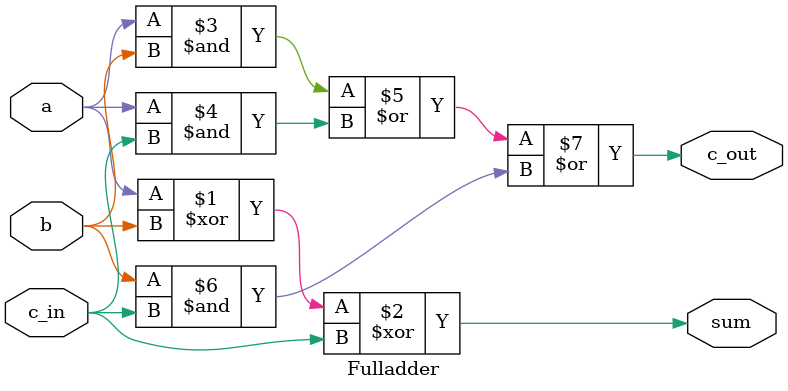
<source format=v>
`timescale 1ns / 1ps


module Fulladder(
    input  a,
    input  b,
    input  c_in,
    output sum,
    output c_out
);
    assign sum   = a ^ b ^ c_in;
    assign c_out = (a & b) | (a & c_in) | (b & c_in);
endmodule

</source>
